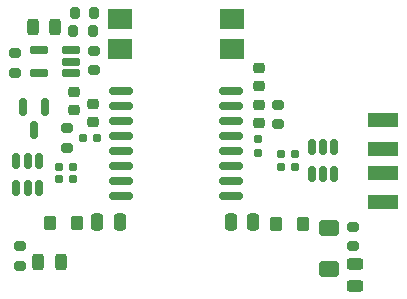
<source format=gbr>
%TF.GenerationSoftware,KiCad,Pcbnew,8.0.1*%
%TF.CreationDate,2024-05-15T21:52:54+03:00*%
%TF.ProjectId,USB_ISOLATOR,5553425f-4953-44f4-9c41-544f522e6b69,rev?*%
%TF.SameCoordinates,Original*%
%TF.FileFunction,Paste,Top*%
%TF.FilePolarity,Positive*%
%FSLAX46Y46*%
G04 Gerber Fmt 4.6, Leading zero omitted, Abs format (unit mm)*
G04 Created by KiCad (PCBNEW 8.0.1) date 2024-05-15 21:52:54*
%MOMM*%
%LPD*%
G01*
G04 APERTURE LIST*
G04 Aperture macros list*
%AMRoundRect*
0 Rectangle with rounded corners*
0 $1 Rounding radius*
0 $2 $3 $4 $5 $6 $7 $8 $9 X,Y pos of 4 corners*
0 Add a 4 corners polygon primitive as box body*
4,1,4,$2,$3,$4,$5,$6,$7,$8,$9,$2,$3,0*
0 Add four circle primitives for the rounded corners*
1,1,$1+$1,$2,$3*
1,1,$1+$1,$4,$5*
1,1,$1+$1,$6,$7*
1,1,$1+$1,$8,$9*
0 Add four rect primitives between the rounded corners*
20,1,$1+$1,$2,$3,$4,$5,0*
20,1,$1+$1,$4,$5,$6,$7,0*
20,1,$1+$1,$6,$7,$8,$9,0*
20,1,$1+$1,$8,$9,$2,$3,0*%
G04 Aperture macros list end*
%ADD10R,2.500000X1.200000*%
%ADD11RoundRect,0.225000X0.250000X-0.225000X0.250000X0.225000X-0.250000X0.225000X-0.250000X-0.225000X0*%
%ADD12RoundRect,0.250000X-0.250000X-0.475000X0.250000X-0.475000X0.250000X0.475000X-0.250000X0.475000X0*%
%ADD13R,2.000000X1.780000*%
%ADD14RoundRect,0.150000X0.150000X-0.512500X0.150000X0.512500X-0.150000X0.512500X-0.150000X-0.512500X0*%
%ADD15RoundRect,0.150000X-0.875000X-0.150000X0.875000X-0.150000X0.875000X0.150000X-0.875000X0.150000X0*%
%ADD16RoundRect,0.160000X-0.197500X-0.160000X0.197500X-0.160000X0.197500X0.160000X-0.197500X0.160000X0*%
%ADD17RoundRect,0.200000X-0.200000X-0.275000X0.200000X-0.275000X0.200000X0.275000X-0.200000X0.275000X0*%
%ADD18RoundRect,0.250000X0.250000X0.475000X-0.250000X0.475000X-0.250000X-0.475000X0.250000X-0.475000X0*%
%ADD19RoundRect,0.150000X-0.150000X0.587500X-0.150000X-0.587500X0.150000X-0.587500X0.150000X0.587500X0*%
%ADD20RoundRect,0.200000X0.275000X-0.200000X0.275000X0.200000X-0.275000X0.200000X-0.275000X-0.200000X0*%
%ADD21RoundRect,0.200000X-0.275000X0.200000X-0.275000X-0.200000X0.275000X-0.200000X0.275000X0.200000X0*%
%ADD22RoundRect,0.225000X-0.250000X0.225000X-0.250000X-0.225000X0.250000X-0.225000X0.250000X0.225000X0*%
%ADD23RoundRect,0.243750X0.456250X-0.243750X0.456250X0.243750X-0.456250X0.243750X-0.456250X-0.243750X0*%
%ADD24RoundRect,0.250000X-0.275000X-0.350000X0.275000X-0.350000X0.275000X0.350000X-0.275000X0.350000X0*%
%ADD25RoundRect,0.162500X0.617500X0.162500X-0.617500X0.162500X-0.617500X-0.162500X0.617500X-0.162500X0*%
%ADD26RoundRect,0.243750X-0.243750X-0.456250X0.243750X-0.456250X0.243750X0.456250X-0.243750X0.456250X0*%
%ADD27RoundRect,0.243750X0.243750X0.456250X-0.243750X0.456250X-0.243750X-0.456250X0.243750X-0.456250X0*%
%ADD28RoundRect,0.160000X0.160000X-0.197500X0.160000X0.197500X-0.160000X0.197500X-0.160000X-0.197500X0*%
%ADD29RoundRect,0.250000X-0.600000X0.400000X-0.600000X-0.400000X0.600000X-0.400000X0.600000X0.400000X0*%
G04 APERTURE END LIST*
D10*
%TO.C,U7*%
X159850000Y-102911200D03*
X159850000Y-105411200D03*
X159850000Y-107411200D03*
X159850000Y-109911200D03*
%TD*%
D11*
%TO.C,C1*%
X135305800Y-103162400D03*
X135305800Y-101612400D03*
%TD*%
D12*
%TO.C,C6*%
X135651200Y-111607600D03*
X137551200Y-111607600D03*
%TD*%
D13*
%TO.C,U2*%
X137551200Y-94437200D03*
X137551200Y-96977200D03*
X147081200Y-96977200D03*
X147081200Y-94437200D03*
%TD*%
D14*
%TO.C,U6*%
X128793200Y-108706500D03*
X129743200Y-108706500D03*
X130693200Y-108706500D03*
X130693200Y-106431500D03*
X129743200Y-106431500D03*
X128793200Y-106431500D03*
%TD*%
%TO.C,U5*%
X153786800Y-107512700D03*
X154736800Y-107512700D03*
X155686800Y-107512700D03*
X155686800Y-105237700D03*
X154736800Y-105237700D03*
X153786800Y-105237700D03*
%TD*%
D15*
%TO.C,U1*%
X137640800Y-100533200D03*
X137640800Y-101803200D03*
X137640800Y-103073200D03*
X137640800Y-104343200D03*
X137640800Y-105613200D03*
X137640800Y-106883200D03*
X137640800Y-108153200D03*
X137640800Y-109423200D03*
X146940800Y-109423200D03*
X146940800Y-108153200D03*
X146940800Y-106883200D03*
X146940800Y-105613200D03*
X146940800Y-104343200D03*
X146940800Y-103073200D03*
X146940800Y-101803200D03*
X146940800Y-100533200D03*
%TD*%
D16*
%TO.C,R3*%
X151218300Y-106908600D03*
X152413300Y-106908600D03*
%TD*%
D11*
%TO.C,C4*%
X149326600Y-103238600D03*
X149326600Y-101688600D03*
%TD*%
D17*
%TO.C,R11*%
X133718800Y-93878400D03*
X135368800Y-93878400D03*
%TD*%
D18*
%TO.C,C5*%
X148828800Y-111607600D03*
X146928800Y-111607600D03*
%TD*%
D19*
%TO.C,Q1*%
X131252000Y-101884000D03*
X129352000Y-101884000D03*
X130302000Y-103759000D03*
%TD*%
D20*
%TO.C,R13*%
X128701800Y-98945200D03*
X128701800Y-97295200D03*
%TD*%
D21*
%TO.C,R7*%
X133096000Y-103645200D03*
X133096000Y-105295200D03*
%TD*%
%TO.C,R10*%
X129082800Y-113652800D03*
X129082800Y-115302800D03*
%TD*%
%TO.C,R12*%
X157251400Y-111976400D03*
X157251400Y-113626400D03*
%TD*%
D20*
%TO.C,R8*%
X150952200Y-103288600D03*
X150952200Y-101638600D03*
%TD*%
D22*
%TO.C,C2*%
X133705600Y-100596400D03*
X133705600Y-102146400D03*
%TD*%
D16*
%TO.C,R1*%
X132396900Y-107975400D03*
X133591900Y-107975400D03*
%TD*%
D21*
%TO.C,R5*%
X135382000Y-97066600D03*
X135382000Y-98716600D03*
%TD*%
D16*
%TO.C,R4*%
X151218300Y-105867200D03*
X152413300Y-105867200D03*
%TD*%
D23*
%TO.C,D1*%
X157429200Y-117015500D03*
X157429200Y-115140500D03*
%TD*%
D24*
%TO.C,FB1*%
X131641200Y-111683800D03*
X133941200Y-111683800D03*
%TD*%
D25*
%TO.C,U4*%
X133379200Y-98956900D03*
X133379200Y-98006900D03*
X133379200Y-97056900D03*
X130679200Y-97056900D03*
X130679200Y-98956900D03*
%TD*%
D24*
%TO.C,FB2*%
X150742000Y-111734600D03*
X153042000Y-111734600D03*
%TD*%
D26*
%TO.C,D4*%
X130228100Y-95097600D03*
X132103100Y-95097600D03*
%TD*%
D27*
%TO.C,D2*%
X132534900Y-114960400D03*
X130659900Y-114960400D03*
%TD*%
D28*
%TO.C,R6*%
X149225000Y-105728100D03*
X149225000Y-104533100D03*
%TD*%
D17*
%TO.C,R15*%
X133591800Y-95402400D03*
X135241800Y-95402400D03*
%TD*%
D16*
%TO.C,R9*%
X134454300Y-104495600D03*
X135649300Y-104495600D03*
%TD*%
D29*
%TO.C,D3*%
X155244800Y-112067400D03*
X155244800Y-115567400D03*
%TD*%
D16*
%TO.C,R2*%
X132422300Y-106959400D03*
X133617300Y-106959400D03*
%TD*%
D11*
%TO.C,C3*%
X149301200Y-100063600D03*
X149301200Y-98513600D03*
%TD*%
M02*

</source>
